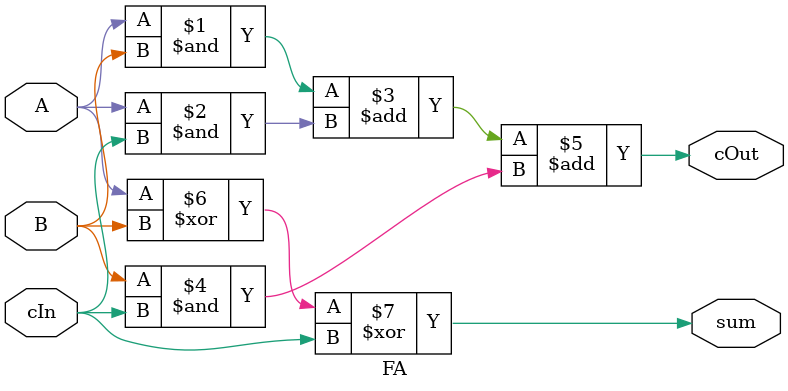
<source format=sv>
module FA
(
  input A,B, cIn,
  output sum, cOut
);
  
   assign cOut = (A&B)+(A&cIn)+(B&cIn);
   assign sum = A^B^cIn;

endmodule
</source>
